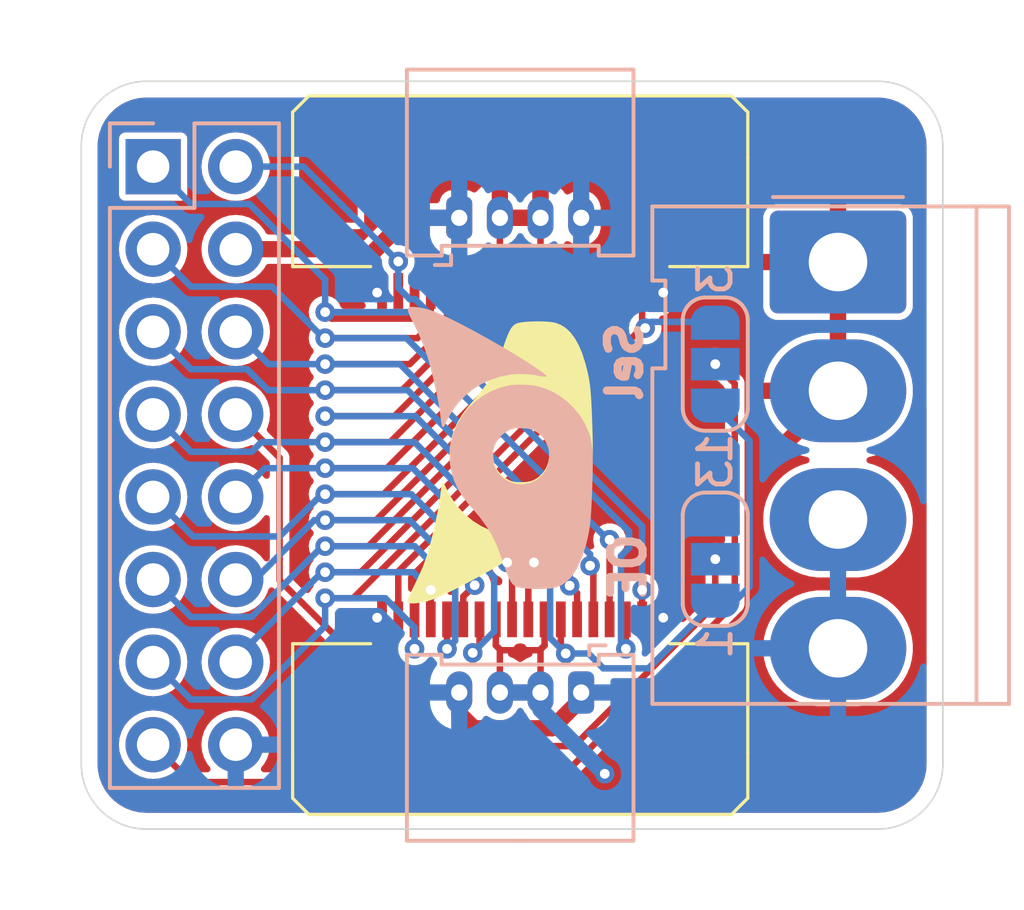
<source format=kicad_pcb>
(kicad_pcb (version 20240108) (generator "pcbnew") (generator_version "8.0")
  (layers (0 "F.Cu" signal) (31 "B.Cu" signal) (34 "B.Paste" user) (35 "F.Paste" user) (36 "B.SilkS" user "B.Silkscreen") (37 "F.SilkS" user "F.Silkscreen") (38 "B.Mask" user) (39 "F.Mask" user) (44 "Edge.Cuts" user))
  (net 0 "")
  (net 1 "HUB75 R0")
  (net 2 "HUB75 E")
  (net 3 "HUB75 B1")
  (net 4 "HUB75 D")
  (net 5 "HUB75 G0")
  (net 6 "HUB75 CLK")
  (net 7 "HUB75 B0")
  (net 8 "GND")
  (net 9 "HUB75 OE")
  (net 10 "HUB75 C")
  (net 11 "HUB75 LAT")
  (net 12 "HUB75 B")
  (net 13 "HUB75 G1")
  (net 14 "HUB75 R1")
  (net 15 "HUB75 A")
  (net 16 "+5V")
  (net 17 "HUB75 E {slash} OE 1")
  (net 18 "HUB75 OE {slash} OE 0")
  (footprint "FFC_Connector:FFC Aliexpress 0.5mm 18P" (layer "F.Cu") (at 160 94 180)
    (property "Reference" "U1" (hide yes))
    (property "Value" "Input A" (hide yes))
    (pad "" smd rect (at -5.9 2.25 180) (size 1.8 2.2) (layers "F.Cu" "F.Paste" "F.Mask"))
    (pad "" smd rect (at 5.9 2.25 180) (size 1.8 2.2) (layers "F.Cu" "F.Paste" "F.Mask"))
    (pad "1" smd rect (at -4.25 -0.95 180) (size 0.3 1.1) (layers "F.Cu" "F.Paste" "F.Mask") (net 8 "GND"))
    (pad "2" smd rect (at -3.75 -0.95 180) (size 0.3 1.1) (layers "F.Cu" "F.Paste" "F.Mask") (net 18 "HUB75 OE {slash} OE 0"))
    (pad "3" smd rect (at -3.25 -0.949999 180) (size 0.3 1.1) (layers "F.Cu" "F.Paste" "F.Mask") (net 6 "HUB75 CLK"))
    (pad "4" smd rect (at -2.75 -0.95 180) (size 0.3 1.1) (layers "F.Cu" "F.Paste" "F.Mask") (net 11 "HUB75 LAT"))
    (pad "5" smd rect (at -2.25 -0.95 180) (size 0.3 1.1) (layers "F.Cu" "F.Paste" "F.Mask") (net 10 "HUB75 C"))
    (pad "6" smd rect (at -1.749999 -0.95 180) (size 0.3 1.1) (layers "F.Cu" "F.Paste" "F.Mask") (net 4 "HUB75 D"))
    (pad "7" smd rect (at -1.25 -0.95 180) (size 0.3 1.1) (layers "F.Cu" "F.Paste" "F.Mask") (net 15 "HUB75 A"))
    (pad "8" smd rect (at -0.750001 -0.95 180) (size 0.3 1.1) (layers "F.Cu" "F.Paste" "F.Mask") (net 16 "+5V"))
    (pad "9" smd rect (at -0.25 -0.95 180) (size 0.3 1.1) (layers "F.Cu" "F.Paste" "F.Mask") (net 12 "HUB75 B"))
    (pad "10" smd rect (at 0.25 -0.95 180) (size 0.3 1.1) (layers "F.Cu" "F.Paste" "F.Mask") (net 3 "HUB75 B1"))
    (pad "11" smd rect (at 0.750001 -0.95 180) (size 0.3 1.1) (layers "F.Cu" "F.Paste" "F.Mask") (net 16 "+5V"))
    (pad "12" smd rect (at 1.25 -0.95 180) (size 0.3 1.1) (layers "F.Cu" "F.Paste" "F.Mask") (net 17 "HUB75 E {slash} OE 1"))
    (pad "13" smd rect (at 1.749999 -0.95 180) (size 0.3 1.1) (layers "F.Cu" "F.Paste" "F.Mask") (net 14 "HUB75 R1"))
    (pad "14" smd rect (at 2.25 -0.95 180) (size 0.3 1.1) (layers "F.Cu" "F.Paste" "F.Mask") (net 13 "HUB75 G1"))
    (pad "15" smd rect (at 2.75 -0.95 180) (size 0.3 1.1) (layers "F.Cu" "F.Paste" "F.Mask") (net 7 "HUB75 B0"))
    (pad "16" smd rect (at 3.25 -0.949999 180) (size 0.3 1.1) (layers "F.Cu" "F.Paste" "F.Mask") (net 1 "HUB75 R0"))
    (pad "17" smd rect (at 3.75 -0.95 180) (size 0.3 1.1) (layers "F.Cu" "F.Paste" "F.Mask") (net 5 "HUB75 G0"))
    (pad "18" smd rect (at 4.25 -0.95 180) (size 0.3 1.1) (layers "F.Cu" "F.Paste" "F.Mask") (net 8 "GND"))
  )
  (footprint "FFC_Connector:FFC Aliexpress 0.5mm 18P" (layer "F.Cu") (at 160 106)
    (property "Reference" "U2" (hide yes))
    (property "Value" "Input B" (hide yes))
    (pad "" smd rect (at -5.9 2.25) (size 1.8 2.2) (layers "F.Cu" "F.Paste" "F.Mask"))
    (pad "" smd rect (at 5.9 2.25) (size 1.8 2.2) (layers "F.Cu" "F.Paste" "F.Mask"))
    (pad "1" smd rect (at -4.25 -0.95) (size 0.3 1.1) (layers "F.Cu" "F.Paste" "F.Mask") (net 8 "GND"))
    (pad "2" smd rect (at -3.75 -0.95) (size 0.3 1.1) (layers "F.Cu" "F.Paste" "F.Mask") (net 18 "HUB75 OE {slash} OE 0"))
    (pad "3" smd rect (at -3.25 -0.95) (size 0.3 1.1) (layers "F.Cu" "F.Paste" "F.Mask") (net 6 "HUB75 CLK"))
    (pad "4" smd rect (at -2.75 -0.95) (size 0.3 1.1) (layers "F.Cu" "F.Paste" "F.Mask") (net 11 "HUB75 LAT"))
    (pad "5" smd rect (at -2.25 -0.95) (size 0.3 1.1) (layers "F.Cu" "F.Paste" "F.Mask") (net 10 "HUB75 C"))
    (pad "6" smd rect (at -1.75 -0.95) (size 0.3 1.1) (layers "F.Cu" "F.Paste" "F.Mask") (net 4 "HUB75 D"))
    (pad "7" smd rect (at -1.25 -0.95) (size 0.3 1.1) (layers "F.Cu" "F.Paste" "F.Mask") (net 15 "HUB75 A"))
    (pad "8" smd rect (at -0.75 -0.95) (size 0.3 1.1) (layers "F.Cu" "F.Paste" "F.Mask") (net 16 "+5V"))
    (pad "9" smd rect (at -0.25 -0.95) (size 0.3 1.1) (layers "F.Cu" "F.Paste" "F.Mask") (net 12 "HUB75 B"))
    (pad "10" smd rect (at 0.25 -0.95) (size 0.3 1.1) (layers "F.Cu" "F.Paste" "F.Mask") (net 3 "HUB75 B1"))
    (pad "11" smd rect (at 0.75 -0.95) (size 0.3 1.1) (layers "F.Cu" "F.Paste" "F.Mask") (net 16 "+5V"))
    (pad "12" smd rect (at 1.25 -0.95) (size 0.3 1.1) (layers "F.Cu" "F.Paste" "F.Mask") (net 17 "HUB75 E {slash} OE 1"))
    (pad "13" smd rect (at 1.75 -0.95) (size 0.3 1.1) (layers "F.Cu" "F.Paste" "F.Mask") (net 14 "HUB75 R1"))
    (pad "14" smd rect (at 2.25 -0.95) (size 0.3 1.1) (layers "F.Cu" "F.Paste" "F.Mask") (net 13 "HUB75 G1"))
    (pad "15" smd rect (at 2.75 -0.95) (size 0.3 1.1) (layers "F.Cu" "F.Paste" "F.Mask") (net 7 "HUB75 B0"))
    (pad "16" smd rect (at 3.25 -0.95) (size 0.3 1.1) (layers "F.Cu" "F.Paste" "F.Mask") (net 1 "HUB75 R0"))
    (pad "17" smd rect (at 3.75 -0.95) (size 0.3 1.1) (layers "F.Cu" "F.Paste" "F.Mask") (net 5 "HUB75 G0"))
    (pad "18" smd rect (at 4.25 -0.95) (size 0.3 1.1) (layers "F.Cu" "F.Paste" "F.Mask") (net 8 "GND"))
  )
  (footprint "Logo:Logo_10mm" (layer "F.Cu") (at 160 100 -90)
    (property "Reference" "REF**" (hide yes))
    (property "Value" "Logo_10mm" (hide yes))
  )
  (footprint "Connector_Molex:Molex_PicoBlade_53048-0410_1x04_P1.25mm_Horizontal" (layer "B.Cu") (at 158.125 92.7)
    (property "Reference" "J4" (hide yes))
    (property "Value" "JST [D]" (hide yes))
    (pad "1" thru_hole roundrect (at 0 0) (size 0.8 1.3) (drill 0.5) (layers "*.Cu" "*.Mask") (net 8 "GND"))
    (pad "2" thru_hole oval (at 1.249999 0) (size 0.8 1.3) (drill 0.5) (layers "*.Cu" "*.Mask") (net 16 "+5V"))
    (pad "3" thru_hole oval (at 2.5 0) (size 0.8 1.3) (drill 0.5) (layers "*.Cu" "*.Mask") (net 16 "+5V"))
    (pad "4" thru_hole oval (at 3.749999 0) (size 0.8 1.3) (drill 0.5) (layers "*.Cu" "*.Mask") (net 8 "GND"))
  )
  (footprint "Jumper:SolderJumper-3_P1.3mm_Open_RoundedPad1.0x1.5mm_NumberLabels" (layer "B.Cu") (at 166 103.2 90)
    (property "Reference" "JP1" (hide yes))
    (property "Value" "No E for OE Alt" (hide yes))
    (fp_text user "3" (at 2.600001 0 90) (layer "B.SilkS") (effects (justify mirror)))
    (fp_text user "1" (at -2.600001 0 90) (layer "B.SilkS") (effects (justify mirror)))
    (pad "1" smd custom (at -1.3 0 90) (size 1 0.5) (layers "B.Cu" "B.Mask") (net 17 "HUB75 E {slash} OE 1") (options (clearance outline) (anchor rect)) (primitives (gr_circle (center 0 -0.25) (end 0.5 -0.25) (width 0) (fill yes)) (gr_circle (center 0 0.25) (end 0.5 0.25) (width 0) (fill yes)) (gr_poly (pts (xy 0.55 -0.75) (xy 0 -0.75) (xy 0 0.75) (xy 0.55 0.75)) (width 0) (fill yes))))
    (pad "2" smd rect (at 0 0 90) (size 1 1.5) (layers "B.Cu" "B.Mask") (net 2 "HUB75 E"))
    (pad "3" smd custom (at 1.3 0 90) (size 1 0.5) (layers "B.Cu" "B.Mask") (net 8 "GND") (options (clearance outline) (anchor rect)) (primitives (gr_circle (center 0 -0.25) (end 0.5 -0.25) (width 0) (fill yes)) (gr_circle (center 0 0.25) (end 0.5 0.25) (width 0) (fill yes)) (gr_poly (pts (xy 0 -0.75) (xy -0.55 -0.75) (xy -0.55 0.75) (xy 0 0.75)) (width 0) (fill yes))))
  )
  (footprint "Connector_PinSocket_2.54mm:PinSocket_2x08_P2.54mm_Vertical" (layer "B.Cu") (at 148.71 91.125 180)
    (property "Reference" "J1" (hide yes))
    (property "Value" "HUB75 Input" (hide yes))
    (pad "1" thru_hole rect (at 0 0 180) (size 1.7 1.7) (drill 1) (layers "*.Cu" "*.Mask") (net 1 "HUB75 R0"))
    (pad "2" thru_hole oval (at -2.54 0 180) (size 1.7 1.7) (drill 1) (layers "*.Cu" "*.Mask") (net 5 "HUB75 G0"))
    (pad "3" thru_hole oval (at 0 -2.54 180) (size 1.7 1.7) (drill 1) (layers "*.Cu" "*.Mask") (net 7 "HUB75 B0"))
    (pad "4" thru_hole oval (at -2.54 -2.54 180) (size 1.7 1.7) (drill 1) (layers "*.Cu" "*.Mask") (net 8 "GND"))
    (pad "5" thru_hole oval (at 0 -5.08 180) (size 1.7 1.7) (drill 1) (layers "*.Cu" "*.Mask") (net 14 "HUB75 R1"))
    (pad "6" thru_hole oval (at -2.54 -5.08 180) (size 1.7 1.7) (drill 1) (layers "*.Cu" "*.Mask") (net 13 "HUB75 G1"))
    (pad "7" thru_hole oval (at 0 -7.62 180) (size 1.7 1.7) (drill 1) (layers "*.Cu" "*.Mask") (net 3 "HUB75 B1"))
    (pad "8" thru_hole oval (at -2.54 -7.62 180) (size 1.7 1.7) (drill 1) (layers "*.Cu" "*.Mask") (net 2 "HUB75 E"))
    (pad "9" thru_hole oval (at 0 -10.16 180) (size 1.7 1.7) (drill 1) (layers "*.Cu" "*.Mask") (net 15 "HUB75 A"))
    (pad "10" thru_hole oval (at -2.54 -10.16 180) (size 1.7 1.7) (drill 1) (layers "*.Cu" "*.Mask") (net 12 "HUB75 B"))
    (pad "11" thru_hole oval (at 0 -12.7 180) (size 1.7 1.7) (drill 1) (layers "*.Cu" "*.Mask") (net 10 "HUB75 C"))
    (pad "12" thru_hole oval (at -2.54 -12.7 180) (size 1.7 1.7) (drill 1) (layers "*.Cu" "*.Mask") (net 4 "HUB75 D"))
    (pad "13" thru_hole oval (at 0 -15.24 180) (size 1.7 1.7) (drill 1) (layers "*.Cu" "*.Mask") (net 6 "HUB75 CLK"))
    (pad "14" thru_hole oval (at -2.54 -15.24 180) (size 1.7 1.7) (drill 1) (layers "*.Cu" "*.Mask") (net 11 "HUB75 LAT"))
    (pad "15" thru_hole oval (at 0 -17.78 180) (size 1.7 1.7) (drill 1) (layers "*.Cu" "*.Mask") (net 9 "HUB75 OE"))
    (pad "16" thru_hole oval (at -2.54 -17.78 180) (size 1.7 1.7) (drill 1) (layers "*.Cu" "*.Mask") (net 8 "GND"))
  )
  (footprint "Jumper:SolderJumper-3_P1.3mm_Open_RoundedPad1.0x1.5mm_NumberLabels" (layer "B.Cu") (at 166 97.2 90)
    (property "Reference" "JP2" (hide yes))
    (property "Value" "Panel Selector" (hide yes))
    (fp_text user "1" (at -2.600001 0 90) (layer "B.SilkS") (effects (justify mirror)))
    (fp_text user "3" (at 2.600001 0 90) (layer "B.SilkS") (effects (justify mirror)))
    (pad "1" smd custom (at -1.3 0 90) (size 1 0.5) (layers "B.Cu" "B.Mask") (net 17 "HUB75 E {slash} OE 1") (options (clearance outline) (anchor rect)) (primitives (gr_circle (center 0 -0.25) (end 0.5 -0.25) (width 0) (fill yes)) (gr_circle (center 0 0.25) (end 0.5 0.25) (width 0) (fill yes)) (gr_poly (pts (xy 0.55 -0.75) (xy 0 -0.75) (xy 0 0.75) (xy 0.55 0.75)) (width 0) (fill yes))))
    (pad "2" smd rect (at 0 0 90) (size 1 1.5) (layers "B.Cu" "B.Mask") (net 9 "HUB75 OE"))
    (pad "3" smd custom (at 1.3 0 90) (size 1 0.5) (layers "B.Cu" "B.Mask") (net 18 "HUB75 OE {slash} OE 0") (options (clearance outline) (anchor rect)) (primitives (gr_circle (center 0 -0.25) (end 0.5 -0.25) (width 0) (fill yes)) (gr_circle (center 0 0.25) (end 0.5 0.25) (width 0) (fill yes)) (gr_poly (pts (xy 0 -0.75) (xy -0.55 -0.75) (xy -0.55 0.75) (xy 0 0.75)) (width 0) (fill yes))))
  )
  (footprint "Connector_Molex:Molex_KK-396_5273-04A_1x04_P3.96mm_Vertical" (layer "B.Cu") (at 169.775 94.06 -90)
    (property "Reference" "J2" (hide yes))
    (property "Value" "Vertical" (hide yes))
    (pad "1" thru_hole roundrect (at 0 0 270) (size 3.16 4.2) (drill 1.8) (layers "*.Cu" "*.Mask") (roundrect_rratio 0.079114) (net 16 "+5V"))
    (pad "2" thru_hole oval (at 3.96 0 270) (size 3.16 4.2) (drill 1.8) (layers "*.Cu" "*.Mask") (net 16 "+5V"))
    (pad "3" thru_hole oval (at 7.92 0 270) (size 3.16 4.2) (drill 1.8) (layers "*.Cu" "*.Mask") (net 8 "GND"))
    (pad "4" thru_hole oval (at 11.880001 0 270) (size 3.16 4.2) (drill 1.8) (layers "*.Cu" "*.Mask") (net 8 "GND"))
  )
  (footprint "Logo:Logo_10mm" (layer "B.Cu") (at 160 100 90)
    (property "Reference" "REF**" (hide yes))
    (property "Value" "Logo_10mm" (hide yes))
  )
  (footprint "Connector_Molex:Molex_PicoBlade_53048-0410_1x04_P1.25mm_Horizontal" (layer "B.Cu") (at 161.875 107.3 180)
    (property "Reference" "J3" (hide yes))
    (property "Value" "JST [D]" (hide yes))
    (pad "1" thru_hole roundrect (at 0 0 180) (size 0.8 1.3) (drill 0.5) (layers "*.Cu" "*.Mask") (net 8 "GND"))
    (pad "2" thru_hole oval (at 1.25 0 180) (size 0.8 1.3) (drill 0.5) (layers "*.Cu" "*.Mask") (net 16 "+5V"))
    (pad "3" thru_hole oval (at 2.5 0 180) (size 0.8 1.3) (drill 0.5) (layers "*.Cu" "*.Mask") (net 16 "+5V"))
    (pad "4" thru_hole oval (at 3.75 0 180) (size 0.8 1.3) (drill 0.5) (layers "*.Cu" "*.Mask") (net 8 "GND"))
  )
  (gr_line (start 146.5 90.5) (end 146.499999 109.5) (stroke (width 0.05)) (layer "Edge.Cuts"))
  (gr_arc (start 171 88.499999) (mid 172.414215 89.085785) (end 173.000001 90.5) (stroke (width 0.05)) (layer "Edge.Cuts"))
  (gr_arc (start 173.000001 109.5) (mid 172.414215 110.914215) (end 171 111.500001) (stroke (width 0.05)) (layer "Edge.Cuts"))
  (gr_line (start 148.5 111.500001) (end 171 111.500001) (stroke (width 0.05)) (layer "Edge.Cuts"))
  (gr_line (start 173.000001 90.5) (end 173.000001 109.5) (stroke (width 0.05)) (layer "Edge.Cuts"))
  (gr_line (start 148.5 88.5) (end 171 88.499999) (stroke (width 0.05)) (layer "Edge.Cuts"))
  (gr_arc (start 146.5 90.5) (mid 147.085786 89.085786) (end 148.5 88.5) (stroke (width 0.05)) (layer "Edge.Cuts"))
  (gr_arc (start 148.5 111.500001) (mid 147.085785 110.914215) (end 146.499999 109.5) (stroke (width 0.05)) (layer "Edge.Cuts"))
  (gr_text "OE" (at 163.9 102.3 90) (layer "B.SilkS") (effects (font (size 1 1) (thickness 0.25) (bold yes)) (justify left bottom mirror)))
  (gr_text "Sel" (at 163.8 95.8 90) (layer "B.SilkS") (effects (font (size 1 1) (thickness 0.25) (bold yes)) (justify left bottom mirror)))
  (segment (start 156.75 95.749988) (end 156.699988 95.8) (width 0.2) (layer "F.Cu") (net 1))
  (segment (start 163.25 105.05) (end 163.25 105.957073) (width 0.2) (layer "F.Cu") (net 1))
  (segment (start 156.75 94.949999) (end 156.75 95.749988) (width 0.2) (layer "F.Cu") (net 1))
  (segment (start 163.25 105.957073) (end 163.250002 105.957075) (width 0.2) (layer "F.Cu") (net 1))
  (segment (start 154.200015 95.8) (end 154 95.599985) (width 0.2) (layer "F.Cu") (net 1))
  (segment (start 156.699988 95.8) (end 154.200015 95.8) (width 0.2) (layer "F.Cu") (net 1))
  (via (at 154 95.599985) (size 0.6) (drill 0.3) (layers "F.Cu" "B.Cu") (net 1))
  (via (at 163.250002 105.957075) (size 0.6) (drill 0.3) (layers "F.Cu" "B.Cu") (net 1))
  (segment (start 156.599985 95.599985) (end 163.35007 102.35007) (width 0.2) (layer "B.Cu") (net 1))
  (segment (start 163.1 105.807073) (end 163.250002 105.957075) (width 0.2) (layer "B.Cu") (net 1))
  (segment (start 149.875 92.275) (end 148.725 91.125) (width 0.2) (layer "B.Cu") (net 1))
  (segment (start 154 95.599985) (end 154 94.6) (width 0.2) (layer "B.Cu") (net 1))
  (segment (start 154 94.6) (end 151.675 92.275) (width 0.2) (layer "B.Cu") (net 1))
  (segment (start 163.35007 102.35007) (end 163.35007 102.84993) (width 0.2) (layer "B.Cu") (net 1))
  (segment (start 151.675 92.275) (end 149.875 92.275) (width 0.2) (layer "B.Cu") (net 1))
  (segment (start 163.1 103.1) (end 163.1 105.807073) (width 0.2) (layer "B.Cu") (net 1))
  (segment (start 154 95.599985) (end 156.599985 95.599985) (width 0.2) (layer "B.Cu") (net 1))
  (segment (start 163.35007 102.84993) (end 163.1 103.1) (width 0.2) (layer "B.Cu") (net 1))
  (segment (start 152.6 100.08) (end 151.265 98.745) (width 0.2) (layer "F.Cu") (net 2))
  (segment (start 161.65 108.95) (end 157.701459 108.95) (width 0.2) (layer "F.Cu") (net 2))
  (segment (start 152.6 103.848541) (end 152.6 100.08) (width 0.2) (layer "F.Cu") (net 2))
  (segment (start 166 103.2) (end 166 104.6) (width 0.2) (layer "F.Cu") (net 2))
  (segment (start 166 104.6) (end 161.65 108.95) (width 0.2) (layer "F.Cu") (net 2))
  (segment (start 157.701459 108.95) (end 152.6 103.848541) (width 0.2) (layer "F.Cu") (net 2))
  (via (at 166 103.2) (size 0.6) (drill 0.3) (layers "F.Cu" "B.Cu") (net 2))
  (segment (start 160.423347 103.3) (end 160.25 103.473347) (width 0.2) (layer "F.Cu") (net 3))
  (segment (start 160.25 103.473347) (end 160.25 105.05) (width 0.2) (layer "F.Cu") (net 3))
  (segment (start 156 99.6) (end 159.75 95.85) (width 0.2) (layer "F.Cu") (net 3))
  (segment (start 159.75 95.85) (end 159.75 94.95) (width 0.2) (layer "F.Cu") (net 3))
  (segment (start 154 99.6) (end 156 99.6) (width 0.2) (layer "F.Cu") (net 3))
  (via (at 160.423347 103.3) (size 0.6) (drill 0.3) (layers "F.Cu" "B.Cu") (net 3))
  (via (at 154 99.6) (size 0.6) (drill 0.3) (layers "F.Cu" "B.Cu") (net 3))
  (segment (start 154 99.6) (end 152.036346 99.6) (width 0.2) (layer "B.Cu") (net 3))
  (segment (start 156.748529 99.6) (end 160.423347 103.274818) (width 0.2) (layer "B.Cu") (net 3))
  (segment (start 160.423347 103.274818) (end 160.423347 103.3) (width 0.2) (layer "B.Cu") (net 3))
  (segment (start 154 99.6) (end 156.748529 99.6) (width 0.2) (layer "B.Cu") (net 3))
  (segment (start 151.741346 99.895) (end 149.875 99.895) (width 0.2) (layer "B.Cu") (net 3))
  (segment (start 149.875 99.895) (end 148.725 98.745) (width 0.2) (layer "B.Cu") (net 3))
  (segment (start 152.036346 99.6) (end 151.741346 99.895) (width 0.2) (layer "B.Cu") (net 3))
  (segment (start 161.749999 94.95) (end 161.749999 95.815688) (width 0.2) (layer "F.Cu") (net 4))
  (segment (start 158.6 103.999998) (end 158.25 104.349998) (width 0.2) (layer "F.Cu") (net 4))
  (segment (start 155.565684 102.000003) (end 154 102.000003) (width 0.2) (layer "F.Cu") (net 4))
  (segment (start 158.25 104.349998) (end 158.25 105.05) (width 0.2) (layer "F.Cu") (net 4))
  (segment (start 161.749999 95.815688) (end 155.565684 102.000003) (width 0.2) (layer "F.Cu") (net 4))
  (via (at 158.6 103.999998) (size 0.6) (drill 0.3) (layers "F.Cu" "B.Cu") (net 4))
  (via (at 154 102.000003) (size 0.6) (drill 0.3) (layers "F.Cu" "B.Cu") (net 4))
  (segment (start 154 102.000003) (end 156.600005 102.000003) (width 0.2) (layer "B.Cu") (net 4))
  (segment (start 153.665683 102.000003) (end 151.840686 103.825) (width 0.2) (layer "B.Cu") (net 4))
  (segment (start 151.840686 103.825) (end 151.265 103.825) (width 0.2) (layer "B.Cu") (net 4))
  (segment (start 154 102.000003) (end 153.665683 102.000003) (width 0.2) (layer "B.Cu") (net 4))
  (segment (start 156.600005 102.000003) (end 158.6 103.999998) (width 0.2) (layer "B.Cu") (net 4))
  (segment (start 156.250066 94.042861) (end 156.250066 94.149934) (width 0.2) (layer "F.Cu") (net 5))
  (segment (start 163.75 104.142928) (end 163.75007 104.142858) (width 0.2) (layer "F.Cu") (net 5))
  (segment (start 163.75 105.05) (end 163.75 104.142928) (width 0.2) (layer "F.Cu") (net 5))
  (segment (start 156.250066 94.149934) (end 156.25 94.15) (width 0.2) (layer "F.Cu") (net 5))
  (segment (start 156.25 94.15) (end 156.25 94.95) (width 0.2) (layer "F.Cu") (net 5))
  (via (at 163.75007 104.142858) (size 0.6) (drill 0.3) (layers "F.Cu" "B.Cu") (net 5))
  (via (at 156.250066 94.042861) (size 0.6) (drill 0.3) (layers "F.Cu" "B.Cu") (net 5))
  (segment (start 153.332205 91.125) (end 156.250066 94.042861) (width 0.2) (layer "B.Cu") (net 5))
  (segment (start 156.250066 94.850066) (end 156.599985 95.199985) (width 0.2) (layer "B.Cu") (net 5))
  (segment (start 163.75007 102.184384) (end 163.75007 104.142858) (width 0.2) (layer "B.Cu") (net 5))
  (segment (start 151.265 91.125) (end 153.332205 91.125) (width 0.2) (layer "B.Cu") (net 5))
  (segment (start 156.765671 95.199985) (end 163.75007 102.184384) (width 0.2) (layer "B.Cu") (net 5))
  (segment (start 156.599985 95.199985) (end 156.765671 95.199985) (width 0.2) (layer "B.Cu") (net 5))
  (segment (start 156.250066 94.042861) (end 156.250066 94.850066) (width 0.2) (layer "B.Cu") (net 5))
  (segment (start 154.862733 104.400012) (end 154 104.400012) (width 0.2) (layer "F.Cu") (net 6))
  (segment (start 163.25 96.012745) (end 154.862733 104.400012) (width 0.2) (layer "F.Cu") (net 6))
  (segment (start 156.750001 105.957075) (end 156.75 105.957074) (width 0.2) (layer "F.Cu") (net 6))
  (segment (start 156.75 105.957074) (end 156.75 105.05) (width 0.2) (layer "F.Cu") (net 6))
  (segment (start 163.25 94.949999) (end 163.25 96.012745) (width 0.2) (layer "F.Cu") (net 6))
  (via (at 156.750001 105.957075) (size 0.6) (drill 0.3) (layers "F.Cu" "B.Cu") (net 6))
  (via (at 154 104.400012) (size 0.6) (drill 0.3) (layers "F.Cu" "B.Cu") (net 6))
  (segment (start 155.848541 104.400012) (end 154 104.400012) (width 0.2) (layer "B.Cu") (net 6))
  (segment (start 154 104.400012) (end 154 105.256346) (width 0.2) (layer "B.Cu") (net 6))
  (segment (start 149.875 107.515) (end 148.725 106.365) (width 0.2) (layer "B.Cu") (net 6))
  (segment (start 151.741346 107.515) (end 149.875 107.515) (width 0.2) (layer "B.Cu") (net 6))
  (segment (start 156.750001 105.957075) (end 156.750001 105.301472) (width 0.2) (layer "B.Cu") (net 6))
  (segment (start 156.750001 105.301472) (end 155.848541 104.400012) (width 0.2) (layer "B.Cu") (net 6))
  (segment (start 154 105.256346) (end 151.741346 107.515) (width 0.2) (layer "B.Cu") (net 6))
  (segment (start 156.837267 96.399988) (end 154 96.399988) (width 0.2) (layer "F.Cu") (net 7))
  (segment (start 157.25 94.95) (end 157.25 95.987255) (width 0.2) (layer "F.Cu") (net 7))
  (segment (start 157.25 95.987255) (end 156.837267 96.399988) (width 0.2) (layer "F.Cu") (net 7))
  (segment (start 162.75 102.60007) (end 162.75 105.05) (width 0.2) (layer "F.Cu") (net 7))
  (segment (start 162.75007 102.6) (end 162.75 102.60007) (width 0.2) (layer "F.Cu") (net 7))
  (via (at 154 96.399988) (size 0.6) (drill 0.3) (layers "F.Cu" "B.Cu") (net 7))
  (via (at 162.75007 102.6) (size 0.6) (drill 0.3) (layers "F.Cu" "B.Cu") (net 7))
  (segment (start 153.951474 96.399988) (end 154 96.399988) (width 0.2) (layer "B.Cu") (net 7))
  (segment (start 152.366486 94.815) (end 153.951474 96.399988) (width 0.2) (layer "B.Cu") (net 7))
  (segment (start 162.7 102.6) (end 156.499988 96.399988) (width 0.2) (layer "B.Cu") (net 7))
  (segment (start 149.875 94.815) (end 152.366486 94.815) (width 0.2) (layer "B.Cu") (net 7))
  (segment (start 148.725 93.665) (end 149.875 94.815) (width 0.2) (layer "B.Cu") (net 7))
  (segment (start 162.75007 102.6) (end 162.7 102.6) (width 0.2) (layer "B.Cu") (net 7))
  (segment (start 156.499988 96.399988) (end 154 96.399988) (width 0.2) (layer "B.Cu") (net 7))
  (segment (start 164.35 105.05) (end 164.4 105) (width 0.2) (layer "F.Cu") (net 8))
  (segment (start 161.875 107.502082) (end 160.977082 108.4) (width 0.5) (layer "F.Cu") (net 8))
  (segment (start 155.75 105.05) (end 155.65 105.05) (width 0.2) (layer "F.Cu") (net 8))
  (segment (start 164.25 94.95) (end 164.35 94.95) (width 0.2) (layer "F.Cu") (net 8))
  (segment (start 155.65 105.05) (end 155.6 105) (width 0.2) (layer "F.Cu") (net 8))
  (segment (start 164.35 94.95) (end 164.4 95) (width 0.2) (layer "F.Cu") (net 8))
  (segment (start 155.45 93.782266) (end 156.532266 92.7) (width 0.5) (layer "F.Cu") (net 8))
  (segment (start 160.977082 108.4) (end 158.575 108.4) (width 0.5) (layer "F.Cu") (net 8))
  (segment (start 158.125 107.95) (end 158.125 107.3) (width 0.5) (layer "F.Cu") (net 8))
  (segment (start 156.532266 92.7) (end 158.125 92.7) (width 0.5) (layer "F.Cu") (net 8))
  (segment (start 155.65 94.95) (end 155.6 95) (width 0.2) (layer "F.Cu") (net 8))
  (segment (start 155.6 95) (end 155.45 94.85) (width 0.5) (layer "F.Cu") (net 8))
  (segment (start 155.45 94.85) (end 155.45 93.782266) (width 0.5) (layer "F.Cu") (net 8))
  (segment (start 158.575 108.4) (end 158.125 107.95) (width 0.5) (layer "F.Cu") (net 8))
  (segment (start 155.75 94.95) (end 155.65 94.95) (width 0.2) (layer "F.Cu") (net 8))
  (segment (start 154.365 93.665) (end 155.65 94.95) (width 0.5) (layer "F.Cu") (net 8))
  (segment (start 161.875 107.3) (end 161.875 107.502082) (width 0.5) (layer "F.Cu") (net 8))
  (segment (start 151.265 93.665) (end 154.365 93.665) (width 0.5) (layer "F.Cu") (net 8))
  (segment (start 164.25 105.05) (end 164.35 105.05) (width 0.2) (layer "F.Cu") (net 8))
  (via (at 155.6 105) (size 0.6) (drill 0.3) (layers "F.Cu" "B.Cu") (net 8))
  (via (at 164.4 105) (size 0.6) (drill 0.3) (layers "F.Cu" "B.Cu") (net 8))
  (via (at 164.4 95) (size 0.6) (drill 0.3) (layers "F.Cu" "B.Cu") (net 8))
  (via (at 155.6 95) (size 0.6) (drill 0.3) (layers "F.Cu" "B.Cu") (net 8))
  (segment (start 156.6 107.3) (end 158.125 107.3) (width 0.2) (layer "B.Cu") (net 8))
  (segment (start 164.4 105) (end 164.4 102.745) (width 0.2) (layer "B.Cu") (net 8))
  (segment (start 155.6 105) (end 155.6 106.3) (width 0.2) (layer "B.Cu") (net 8))
  (segment (start 164.4 102.745) (end 165.245 101.9) (width 0.2) (layer "B.Cu") (net 8))
  (segment (start 155.6 106.3) (end 156.6 107.3) (width 0.2) (layer "B.Cu") (net 8))
  (segment (start 165.245 101.9) (end 166 101.9) (width 0.2) (layer "B.Cu") (net 8))
  (segment (start 166.6 97.8) (end 166 97.2) (width 0.2) (layer "F.Cu") (net 9))
  (segment (start 148.725 108.905) (end 149.875 110.055) (width 0.2) (layer "F.Cu") (net 9))
  (segment (start 149.875 110.055) (end 161.110686 110.055) (width 0.2) (layer "F.Cu") (net 9))
  (segment (start 166.6 104.565686) (end 166.6 97.8) (width 0.2) (layer "F.Cu") (net 9))
  (segment (start 161.110686 110.055) (end 166.6 104.565686) (width 0.2) (layer "F.Cu") (net 9))
  (via (at 166 97.2) (size 0.6) (drill 0.3) (layers "F.Cu" "B.Cu") (net 9))
  (segment (start 162.25 94.95) (end 162.25 95.881373) (width 0.2) (layer "F.Cu") (net 10))
  (segment (start 155.331367 102.800006) (end 154 102.800006) (width 0.2) (layer "F.Cu") (net 10))
  (segment (start 162.25 95.881373) (end 155.331367 102.800006) (width 0.2) (layer "F.Cu") (net 10))
  (segment (start 157.75 105.957072) (end 157.749946 105.957126) (width 0.2) (layer "F.Cu") (net 10))
  (segment (start 157.75 105.05) (end 157.75 105.957072) (width 0.2) (layer "F.Cu") (net 10))
  (via (at 154 102.800006) (size 0.6) (drill 0.3) (layers "F.Cu" "B.Cu") (net 10))
  (via (at 157.749946 105.957126) (size 0.6) (drill 0.3) (layers "F.Cu" "B.Cu") (net 10))
  (segment (start 154 102.800006) (end 153.91634 102.800006) (width 0.2) (layer "B.Cu") (net 10))
  (segment (start 154 102.800006) (end 156.755747 102.800006) (width 0.2) (layer "B.Cu") (net 10))
  (segment (start 151.741346 104.975) (end 149.875 104.975) (width 0.2) (layer "B.Cu") (net 10))
  (segment (start 158 104.044259) (end 158 105.707072) (width 0.2) (layer "B.Cu") (net 10))
  (segment (start 156.755747 102.800006) (end 158 104.044259) (width 0.2) (layer "B.Cu") (net 10))
  (segment (start 158 105.707072) (end 157.749946 105.957126) (width 0.2) (layer "B.Cu") (net 10))
  (segment (start 153.91634 102.800006) (end 151.741346 104.975) (width 0.2) (layer "B.Cu") (net 10))
  (segment (start 149.875 104.975) (end 148.725 103.825) (width 0.2) (layer "B.Cu") (net 10))
  (segment (start 157.25 105.05) (end 157.25 104.142928) (width 0.2) (layer "F.Cu") (net 11))
  (segment (start 155.09705 103.600009) (end 154 103.600009) (width 0.2) (layer "F.Cu") (net 11))
  (segment (start 162.75 94.95) (end 162.75 95.947059) (width 0.2) (layer "F.Cu") (net 11))
  (segment (start 162.75 95.947059) (end 155.09705 103.600009) (width 0.2) (layer "F.Cu") (net 11))
  (segment (start 157.25 104.142928) (end 157.25007 104.142858) (width 0.2) (layer "F.Cu") (net 11))
  (via (at 157.25007 104.142858) (size 0.6) (drill 0.3) (layers "F.Cu" "B.Cu") (net 11))
  (via (at 154 103.600009) (size 0.6) (drill 0.3) (layers "F.Cu" "B.Cu") (net 11))
  (segment (start 154 103.600009) (end 156.707221 103.600009) (width 0.2) (layer "B.Cu") (net 11))
  (segment (start 151.265 106.235018) (end 151.265 106.365) (width 0.2) (layer "B.Cu") (net 11))
  (segment (start 153.900009 103.600009) (end 151.265 106.235018) (width 0.2) (layer "B.Cu") (net 11))
  (segment (start 156.707221 103.600009) (end 157.25007 104.142858) (width 0.2) (layer "B.Cu") (net 11))
  (segment (start 154 103.600009) (end 153.900009 103.600009) (width 0.2) (layer "B.Cu") (net 11))
  (segment (start 159.75 103.45) (end 159.75 105.05) (width 0.2) (layer "F.Cu") (net 12))
  (segment (start 155.9 100.4) (end 160.25 96.05) (width 0.2) (layer "F.Cu") (net 12))
  (segment (start 160.25 96.05) (end 160.25 94.95) (width 0.2) (layer "F.Cu") (net 12))
  (segment (start 154 100.4) (end 155.9 100.4) (width 0.2) (layer "F.Cu") (net 12))
  (segment (start 159.6 103.3) (end 159.75 103.45) (width 0.2) (layer "F.Cu") (net 12))
  (via (at 154 100.4) (size 0.6) (drill 0.3) (layers "F.Cu" "B.Cu") (net 12))
  (via (at 159.6 103.3) (size 0.6) (drill 0.3) (layers "F.Cu" "B.Cu") (net 12))
  (segment (start 152.15 100.4) (end 151.265 101.285) (width 0.2) (layer "B.Cu") (net 12))
  (segment (start 154 100.4) (end 152.15 100.4) (width 0.2) (layer "B.Cu") (net 12))
  (segment (start 156.7 100.4) (end 154 100.4) (width 0.2) (layer "B.Cu") (net 12))
  (segment (start 159.6 103.3) (end 156.7 100.4) (width 0.2) (layer "B.Cu") (net 12))
  (segment (start 156.60295 97.199991) (end 154 97.199991) (width 0.2) (layer "F.Cu") (net 13))
  (segment (start 157.75 96.052941) (end 156.60295 97.199991) (width 0.2) (layer "F.Cu") (net 13))
  (segment (start 162.25 105.05) (end 162.25 103.5) (width 0.2) (layer "F.Cu") (net 13))
  (segment (start 157.75 94.95) (end 157.75 96.052941) (width 0.2) (layer "F.Cu") (net 13))
  (segment (start 162.25 103.5) (end 162.15 103.4) (width 0.2) (layer "F.Cu") (net 13))
  (via (at 154 97.199991) (size 0.6) (drill 0.3) (layers "F.Cu" "B.Cu") (net 13))
  (via (at 162.15 103.4) (size 0.6) (drill 0.3) (layers "F.Cu" "B.Cu") (net 13))
  (segment (start 154 97.199991) (end 152.259991 97.199991) (width 0.2) (layer "B.Cu") (net 13))
  (segment (start 162.15 103.4) (end 162.15 103.046753) (width 0.2) (layer "B.Cu") (net 13))
  (segment (start 156.303238 97.199991) (end 154 97.199991) (width 0.2) (layer "B.Cu") (net 13))
  (segment (start 152.259991 97.199991) (end 151.265 96.205) (width 0.2) (layer "B.Cu") (net 13))
  (segment (start 162.15 103.046753) (end 156.303238 97.199991) (width 0.2) (layer "B.Cu") (net 13))
  (segment (start 158.250001 96.118626) (end 156.368633 97.999994) (width 0.2) (layer "F.Cu") (net 14))
  (segment (start 161.521268 104.014927) (end 161.75 104.243659) (width 0.2) (layer "F.Cu") (net 14))
  (segment (start 156.368633 97.999994) (end 154 97.999994) (width 0.2) (layer "F.Cu") (net 14))
  (segment (start 161.75 104.243659) (end 161.75 105.05) (width 0.2) (layer "F.Cu") (net 14))
  (segment (start 158.250001 94.95) (end 158.250001 96.118626) (width 0.2) (layer "F.Cu") (net 14))
  (via (at 161.521268 104.014927) (size 0.6) (drill 0.3) (layers "F.Cu" "B.Cu") (net 14))
  (via (at 154 97.999994) (size 0.6) (drill 0.3) (layers "F.Cu" "B.Cu") (net 14))
  (segment (start 161.521268 102.983706) (end 156.537556 97.999994) (width 0.2) (layer "B.Cu") (net 14))
  (segment (start 156.537556 97.999994) (end 154 97.999994) (width 0.2) (layer "B.Cu") (net 14))
  (segment (start 161.521268 104.014927) (end 161.521268 102.983706) (width 0.2) (layer "B.Cu") (net 14))
  (segment (start 154 97.999994) (end 152.244994 97.999994) (width 0.2) (layer "B.Cu") (net 14))
  (segment (start 151.6 97.355) (end 149.875 97.355) (width 0.2) (layer "B.Cu") (net 14))
  (segment (start 149.875 97.355) (end 148.725 96.205) (width 0.2) (layer "B.Cu") (net 14))
  (segment (start 152.244994 97.999994) (end 151.6 97.355) (width 0.2) (layer "B.Cu") (net 14))
  (segment (start 158.540299 106.081008) (end 158.75 105.871307) (width 0.2) (layer "F.Cu") (net 15))
  (segment (start 161.25 95.750001) (end 155.800001 101.2) (width 0.2) (layer "F.Cu") (net 15))
  (segment (start 161.25 94.95) (end 161.25 95.750001) (width 0.2) (layer "F.Cu") (net 15))
  (segment (start 155.800001 101.2) (end 154 101.2) (width 0.2) (layer "F.Cu") (net 15))
  (segment (start 158.75 105.871307) (end 158.75 105.05) (width 0.2) (layer "F.Cu") (net 15))
  (via (at 158.540299 106.081008) (size 0.6) (drill 0.3) (layers "F.Cu" "B.Cu") (net 15))
  (via (at 154 101.2) (size 0.6) (drill 0.3) (layers "F.Cu" "B.Cu") (net 15))
  (segment (start 152.6 102.5) (end 149.94 102.5) (width 0.2) (layer "B.Cu") (net 15))
  (segment (start 159.2 105.421307) (end 159.2 103.751469) (width 0.2) (layer "B.Cu") (net 15))
  (segment (start 153.9 101.2) (end 152.6 102.5) (width 0.2) (layer "B.Cu") (net 15))
  (segment (start 158.540299 106.081008) (end 159.2 105.421307) (width 0.2) (layer "B.Cu") (net 15))
  (segment (start 149.94 102.5) (end 148.725 101.285) (width 0.2) (layer "B.Cu") (net 15))
  (segment (start 154 101.2) (end 153.9 101.2) (width 0.2) (layer "B.Cu") (net 15))
  (segment (start 159.2 103.751469) (end 156.648531 101.2) (width 0.2) (layer "B.Cu") (net 15))
  (segment (start 156.648531 101.2) (end 154 101.2) (width 0.2) (layer "B.Cu") (net 15))
  (segment (start 160.625 94.025) (end 160.7 94.1) (width 0.2) (layer "F.Cu") (net 16))
  (segment (start 169.775 91.175) (end 168.4 89.8) (width 0.5) (layer "F.Cu") (net 16))
  (segment (start 169.775 98.02) (end 169.775 94.06) (width 0.5) (layer "F.Cu") (net 16))
  (segment (start 162.6 109.8) (end 163.1 110.3) (width 0.5) (layer "F.Cu") (net 16))
  (segment (start 160.6 94) (end 160.7 94.1) (width 0.2) (layer "F.Cu") (net 16))
  (segment (start 169.775 94.06) (end 169.775 91.175) (width 0.5) (layer "F.Cu") (net 16))
  (segment (start 162.125 89.8) (end 160.625 91.3) (width 0.5) (layer "F.Cu") (net 16))
  (segment (start 159.25 105.05) (end 159.25 105.85) (width 0.2) (layer "F.Cu") (net 16))
  (segment (start 167.225 100.57) (end 169.775 98.02) (width 0.5) (layer "F.Cu") (net 16))
  (segment (start 160.6 106) (end 160.75 105.85) (width 0.2) (layer "F.Cu") (net 16))
  (segment (start 163.1 110.3) (end 167.2 110.3) (width 0.5) (layer "F.Cu") (net 16))
  (segment (start 159.375 107.3) (end 159.375 105.975) (width 0.2) (layer "F.Cu") (net 16))
  (segment (start 160.75 105.85) (end 160.75 105.05) (width 0.2) (layer "F.Cu") (net 16))
  (segment (start 159.374999 92.7) (end 159.374999 94.025001) (width 0.2) (layer "F.Cu") (net 16))
  (segment (start 166.9 105.5) (end 167.5 104.9) (width 0.5) (layer "F.Cu") (net 16))
  (segment (start 160.625 91.3) (end 160.625 92.7) (width 0.5) (layer "F.Cu") (net 16))
  (segment (start 159.25 105.85) (end 159.4 106) (width 0.2) (layer "F.Cu") (net 16))
  (segment (start 168.4 89.8) (end 162.125 89.8) (width 0.5) (layer "F.Cu") (net 16))
  (segment (start 160.625 105.975) (end 160.75 105.85) (width 0.2) (layer "F.Cu") (net 16))
  (segment (start 160.6 107.325) (end 160.625 107.3) (width 0.5) (layer "F.Cu") (net 16))
  (segment (start 159.4 94) (end 160.6 94) (width 0.2) (layer "F.Cu") (net 16))
  (segment (start 167.5 104.9) (end 167.5 103.095854) (width 0.5) (layer "F.Cu") (net 16))
  (segment (start 159.375 105.975) (end 159.25 105.85) (width 0.2) (layer "F.Cu") (net 16))
  (segment (start 160.625 92.7) (end 160.625 94.025) (width 0.2) (layer "F.Cu") (net 16))
  (segment (start 166.9 106.455855) (end 166.9 105.5) (width 0.5) (layer "F.Cu") (net 16))
  (segment (start 159.249999 94.150001) (end 159.4 94) (width 0.2) (layer "F.Cu") (net 16))
  (segment (start 160.7 94.1) (end 160.750001 94.150001) (width 0.2) (layer "F.Cu") (net 16))
  (segment (start 159.249999 94.95) (end 159.249999 94.150001) (width 0.2) (layer "F.Cu") (net 16))
  (segment (start 168.475 108.030855) (end 166.9 106.455855) (width 0.5) (layer "F.Cu") (net 16))
  (segment (start 160.625 107.3) (end 160.625 105.975) (width 0.2) (layer "F.Cu") (net 16))
  (segment (start 168.475 109.025) (end 168.475 108.030855) (width 0.5) (layer "F.Cu") (net 16))
  (segment (start 167.225 102.820854) (end 167.225 100.57) (width 0.5) (layer "F.Cu") (net 16))
  (segment (start 167.5 103.095854) (end 167.225 102.820854) (width 0.5) (layer "F.Cu") (net 16))
  (segment (start 167.2 110.3) (end 168.475 109.025) (width 0.5) (layer "F.Cu") (net 16))
  (segment (start 159.374999 94.025001) (end 159.249999 94.150001) (width 0.2) (layer "F.Cu") (net 16))
  (segment (start 160.625 92.7) (end 159.374999 92.7) (width 0.5) (layer "F.Cu") (net 16))
  (segment (start 159.4 106) (end 160.6 106) (width 0.2) (layer "F.Cu") (net 16))
  (segment (start 160.750001 94.150001) (end 160.750001 94.95) (width 0.2) (layer "F.Cu") (net 16))
  (via (at 162.6 109.8) (size 0.6) (drill 0.3) (layers "F.Cu" "B.Cu") (net 16))
  (segment (start 162.6 109.8) (end 160.625 107.825) (width 0.5) (layer "B.Cu") (net 16))
  (segment (start 159.375 107.3) (end 160.625 107.3) (width 0.5) (layer "B.Cu") (net 16))
  (segment (start 160.625 107.825) (end 160.625 107.3) (width 0.5) (layer "B.Cu") (net 16))
  (segment (start 158.75 94.95) (end 158.75 96.184313) (width 0.2) (layer "F.Cu") (net 17))
  (segment (start 161.25 105.95) (end 161.25 105.05) (width 0.2) (layer "F.Cu") (net 17))
  (segment (start 156.134316 98.799997) (end 154 98.799997) (width 0.2) (layer "F.Cu") (net 17))
  (segment (start 158.75 96.184313) (end 156.134316 98.799997) (width 0.2) (layer "F.Cu") (net 17))
  (segment (start 161.4 106.1) (end 161.25 105.95) (width 0.2) (layer "F.Cu") (net 17))
  (via (at 161.4 106.1) (size 0.6) (drill 0.3) (layers "F.Cu" "B.Cu") (net 17))
  (via (at 154 98.799997) (size 0.6) (drill 0.3) (layers "F.Cu" "B.Cu") (net 17))
  (segment (start 156.771873 98.799997) (end 154 98.799997) (width 0.2) (layer "B.Cu") (net 17))
  (segment (start 167.055 99.555) (end 167.055 104.045) (width 0.2) (layer "B.Cu") (net 17))
  (segment (start 166 98.5) (end 167.055 99.555) (width 0.2) (layer "B.Cu") (net 17))
  (segment (start 166.6 104.5) (end 166 104.5) (width 0.2) (layer "B.Cu") (net 17))
  (segment (start 154 98.799997) (end 153.945003 98.745) (width 0.2) (layer "B.Cu") (net 17))
  (segment (start 162.1 106.1) (end 161.4 106.1) (width 0.2) (layer "B.Cu") (net 17))
  (segment (start 163.942925 106.557075) (end 162.557075 106.557075) (width 0.2) (layer "B.Cu") (net 17))
  (segment (start 161.023347 103.051471) (end 156.771873 98.799997) (width 0.2) (layer "B.Cu") (net 17))
  (segment (start 162.557075 106.557075) (end 162.1 106.1) (width 0.2) (layer "B.Cu") (net 17))
  (segment (start 167.055 104.045) (end 166.6 104.5) (width 0.2) (layer "B.Cu") (net 17))
  (segment (start 160.921268 103.766398) (end 161.023347 103.664319) (width 0.2) (layer "B.Cu") (net 17))
  (segment (start 161.4 106.1) (end 160.921268 105.621268) (width 0.2) (layer "B.Cu") (net 17))
  (segment (start 161.023347 103.664319) (end 161.023347 103.051471) (width 0.2) (layer "B.Cu") (net 17))
  (segment (start 160.921268 105.621268) (end 160.921268 103.766398) (width 0.2) (layer "B.Cu") (net 17))
  (segment (start 166 104.5) (end 163.942925 106.557075) (width 0.2) (layer "B.Cu") (net 17))
  (segment (start 163.75 96.078431) (end 163.832423 96.078431) (width 0.2) (layer "F.Cu") (net 18))
  (segment (start 163.75 96.078431) (end 156.25 103.578431) (width 0.2) (layer "F.Cu") (net 18))
  (segment (start 156.25 103.578431) (end 156.25 105.05) (width 0.2) (layer "F.Cu") (net 18))
  (segment (start 163.832423 96.078431) (end 163.844889 96.090897) (width 0.2) (layer "F.Cu") (net 18))
  (segment (start 163.75 94.95) (end 163.75 96.078431) (width 0.2) (layer "F.Cu") (net 18))
  (via (at 163.844889 96.090897) (size 0.6) (drill 0.3) (layers "F.Cu" "B.Cu") (net 18))
  (segment (start 164.035786 95.9) (end 166 95.9) (width 0.2) (layer "B.Cu") (net 18))
  (segment (start 163.844889 96.090897) (end 164.035786 95.9) (width 0.2) (layer "B.Cu") (net 18))
  (zone (net 16) (net_name "+5V") (layer "F.Cu") (connect_pads (clearance 0.2)) (min_thickness 0.2) (fill yes (thermal_gap 0.5) (thermal_bridge_width 0.5))
    (polygon (pts (xy 144.5 86.5) (xy 175 86.5) (xy 175 113.5) (xy 144.5 113.5)))
  )
  (zone (net 8) (net_name "GND") (layer "B.Cu") (priority 1) (connect_pads (clearance 0.2)) (min_thickness 0.2) (fill yes (thermal_gap 0.5) (thermal_bridge_width 0.5))
    (polygon (pts (xy 144 86) (xy 175.5 86) (xy 175.5 114) (xy 144 114)))
  )
)
</source>
